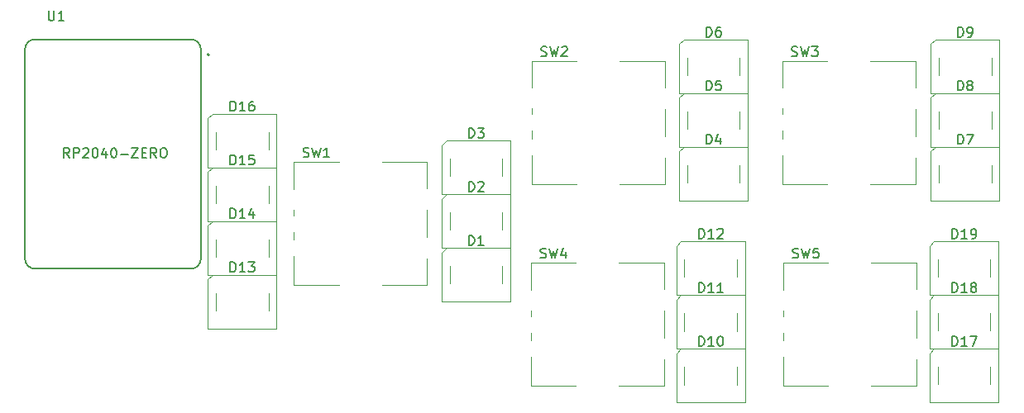
<source format=gbr>
%TF.GenerationSoftware,KiCad,Pcbnew,9.0.6*%
%TF.CreationDate,2026-02-15T17:48:03-07:00*%
%TF.ProjectId,SoundRat,536f756e-6452-4617-942e-6b696361645f,rev?*%
%TF.SameCoordinates,Original*%
%TF.FileFunction,Legend,Top*%
%TF.FilePolarity,Positive*%
%FSLAX46Y46*%
G04 Gerber Fmt 4.6, Leading zero omitted, Abs format (unit mm)*
G04 Created by KiCad (PCBNEW 9.0.6) date 2026-02-15 17:48:03*
%MOMM*%
%LPD*%
G01*
G04 APERTURE LIST*
%ADD10C,0.150000*%
%ADD11C,0.127000*%
%ADD12C,0.200000*%
%ADD13C,0.120000*%
G04 APERTURE END LIST*
D10*
X103543095Y-89404819D02*
X103543095Y-90214342D01*
X103543095Y-90214342D02*
X103590714Y-90309580D01*
X103590714Y-90309580D02*
X103638333Y-90357200D01*
X103638333Y-90357200D02*
X103733571Y-90404819D01*
X103733571Y-90404819D02*
X103924047Y-90404819D01*
X103924047Y-90404819D02*
X104019285Y-90357200D01*
X104019285Y-90357200D02*
X104066904Y-90309580D01*
X104066904Y-90309580D02*
X104114523Y-90214342D01*
X104114523Y-90214342D02*
X104114523Y-89404819D01*
X105114523Y-90404819D02*
X104543095Y-90404819D01*
X104828809Y-90404819D02*
X104828809Y-89404819D01*
X104828809Y-89404819D02*
X104733571Y-89547676D01*
X104733571Y-89547676D02*
X104638333Y-89642914D01*
X104638333Y-89642914D02*
X104543095Y-89690533D01*
X105683333Y-104469819D02*
X105350000Y-103993628D01*
X105111905Y-104469819D02*
X105111905Y-103469819D01*
X105111905Y-103469819D02*
X105492857Y-103469819D01*
X105492857Y-103469819D02*
X105588095Y-103517438D01*
X105588095Y-103517438D02*
X105635714Y-103565057D01*
X105635714Y-103565057D02*
X105683333Y-103660295D01*
X105683333Y-103660295D02*
X105683333Y-103803152D01*
X105683333Y-103803152D02*
X105635714Y-103898390D01*
X105635714Y-103898390D02*
X105588095Y-103946009D01*
X105588095Y-103946009D02*
X105492857Y-103993628D01*
X105492857Y-103993628D02*
X105111905Y-103993628D01*
X106111905Y-104469819D02*
X106111905Y-103469819D01*
X106111905Y-103469819D02*
X106492857Y-103469819D01*
X106492857Y-103469819D02*
X106588095Y-103517438D01*
X106588095Y-103517438D02*
X106635714Y-103565057D01*
X106635714Y-103565057D02*
X106683333Y-103660295D01*
X106683333Y-103660295D02*
X106683333Y-103803152D01*
X106683333Y-103803152D02*
X106635714Y-103898390D01*
X106635714Y-103898390D02*
X106588095Y-103946009D01*
X106588095Y-103946009D02*
X106492857Y-103993628D01*
X106492857Y-103993628D02*
X106111905Y-103993628D01*
X107064286Y-103565057D02*
X107111905Y-103517438D01*
X107111905Y-103517438D02*
X107207143Y-103469819D01*
X107207143Y-103469819D02*
X107445238Y-103469819D01*
X107445238Y-103469819D02*
X107540476Y-103517438D01*
X107540476Y-103517438D02*
X107588095Y-103565057D01*
X107588095Y-103565057D02*
X107635714Y-103660295D01*
X107635714Y-103660295D02*
X107635714Y-103755533D01*
X107635714Y-103755533D02*
X107588095Y-103898390D01*
X107588095Y-103898390D02*
X107016667Y-104469819D01*
X107016667Y-104469819D02*
X107635714Y-104469819D01*
X108254762Y-103469819D02*
X108350000Y-103469819D01*
X108350000Y-103469819D02*
X108445238Y-103517438D01*
X108445238Y-103517438D02*
X108492857Y-103565057D01*
X108492857Y-103565057D02*
X108540476Y-103660295D01*
X108540476Y-103660295D02*
X108588095Y-103850771D01*
X108588095Y-103850771D02*
X108588095Y-104088866D01*
X108588095Y-104088866D02*
X108540476Y-104279342D01*
X108540476Y-104279342D02*
X108492857Y-104374580D01*
X108492857Y-104374580D02*
X108445238Y-104422200D01*
X108445238Y-104422200D02*
X108350000Y-104469819D01*
X108350000Y-104469819D02*
X108254762Y-104469819D01*
X108254762Y-104469819D02*
X108159524Y-104422200D01*
X108159524Y-104422200D02*
X108111905Y-104374580D01*
X108111905Y-104374580D02*
X108064286Y-104279342D01*
X108064286Y-104279342D02*
X108016667Y-104088866D01*
X108016667Y-104088866D02*
X108016667Y-103850771D01*
X108016667Y-103850771D02*
X108064286Y-103660295D01*
X108064286Y-103660295D02*
X108111905Y-103565057D01*
X108111905Y-103565057D02*
X108159524Y-103517438D01*
X108159524Y-103517438D02*
X108254762Y-103469819D01*
X109445238Y-103803152D02*
X109445238Y-104469819D01*
X109207143Y-103422200D02*
X108969048Y-104136485D01*
X108969048Y-104136485D02*
X109588095Y-104136485D01*
X110159524Y-103469819D02*
X110254762Y-103469819D01*
X110254762Y-103469819D02*
X110350000Y-103517438D01*
X110350000Y-103517438D02*
X110397619Y-103565057D01*
X110397619Y-103565057D02*
X110445238Y-103660295D01*
X110445238Y-103660295D02*
X110492857Y-103850771D01*
X110492857Y-103850771D02*
X110492857Y-104088866D01*
X110492857Y-104088866D02*
X110445238Y-104279342D01*
X110445238Y-104279342D02*
X110397619Y-104374580D01*
X110397619Y-104374580D02*
X110350000Y-104422200D01*
X110350000Y-104422200D02*
X110254762Y-104469819D01*
X110254762Y-104469819D02*
X110159524Y-104469819D01*
X110159524Y-104469819D02*
X110064286Y-104422200D01*
X110064286Y-104422200D02*
X110016667Y-104374580D01*
X110016667Y-104374580D02*
X109969048Y-104279342D01*
X109969048Y-104279342D02*
X109921429Y-104088866D01*
X109921429Y-104088866D02*
X109921429Y-103850771D01*
X109921429Y-103850771D02*
X109969048Y-103660295D01*
X109969048Y-103660295D02*
X110016667Y-103565057D01*
X110016667Y-103565057D02*
X110064286Y-103517438D01*
X110064286Y-103517438D02*
X110159524Y-103469819D01*
X110921429Y-104088866D02*
X111683334Y-104088866D01*
X112064286Y-103469819D02*
X112730952Y-103469819D01*
X112730952Y-103469819D02*
X112064286Y-104469819D01*
X112064286Y-104469819D02*
X112730952Y-104469819D01*
X113111905Y-103946009D02*
X113445238Y-103946009D01*
X113588095Y-104469819D02*
X113111905Y-104469819D01*
X113111905Y-104469819D02*
X113111905Y-103469819D01*
X113111905Y-103469819D02*
X113588095Y-103469819D01*
X114588095Y-104469819D02*
X114254762Y-103993628D01*
X114016667Y-104469819D02*
X114016667Y-103469819D01*
X114016667Y-103469819D02*
X114397619Y-103469819D01*
X114397619Y-103469819D02*
X114492857Y-103517438D01*
X114492857Y-103517438D02*
X114540476Y-103565057D01*
X114540476Y-103565057D02*
X114588095Y-103660295D01*
X114588095Y-103660295D02*
X114588095Y-103803152D01*
X114588095Y-103803152D02*
X114540476Y-103898390D01*
X114540476Y-103898390D02*
X114492857Y-103946009D01*
X114492857Y-103946009D02*
X114397619Y-103993628D01*
X114397619Y-103993628D02*
X114016667Y-103993628D01*
X115207143Y-103469819D02*
X115397619Y-103469819D01*
X115397619Y-103469819D02*
X115492857Y-103517438D01*
X115492857Y-103517438D02*
X115588095Y-103612676D01*
X115588095Y-103612676D02*
X115635714Y-103803152D01*
X115635714Y-103803152D02*
X115635714Y-104136485D01*
X115635714Y-104136485D02*
X115588095Y-104326961D01*
X115588095Y-104326961D02*
X115492857Y-104422200D01*
X115492857Y-104422200D02*
X115397619Y-104469819D01*
X115397619Y-104469819D02*
X115207143Y-104469819D01*
X115207143Y-104469819D02*
X115111905Y-104422200D01*
X115111905Y-104422200D02*
X115016667Y-104326961D01*
X115016667Y-104326961D02*
X114969048Y-104136485D01*
X114969048Y-104136485D02*
X114969048Y-103803152D01*
X114969048Y-103803152D02*
X115016667Y-103612676D01*
X115016667Y-103612676D02*
X115111905Y-103517438D01*
X115111905Y-103517438D02*
X115207143Y-103469819D01*
X170110714Y-112742319D02*
X170110714Y-111742319D01*
X170110714Y-111742319D02*
X170348809Y-111742319D01*
X170348809Y-111742319D02*
X170491666Y-111789938D01*
X170491666Y-111789938D02*
X170586904Y-111885176D01*
X170586904Y-111885176D02*
X170634523Y-111980414D01*
X170634523Y-111980414D02*
X170682142Y-112170890D01*
X170682142Y-112170890D02*
X170682142Y-112313747D01*
X170682142Y-112313747D02*
X170634523Y-112504223D01*
X170634523Y-112504223D02*
X170586904Y-112599461D01*
X170586904Y-112599461D02*
X170491666Y-112694700D01*
X170491666Y-112694700D02*
X170348809Y-112742319D01*
X170348809Y-112742319D02*
X170110714Y-112742319D01*
X171634523Y-112742319D02*
X171063095Y-112742319D01*
X171348809Y-112742319D02*
X171348809Y-111742319D01*
X171348809Y-111742319D02*
X171253571Y-111885176D01*
X171253571Y-111885176D02*
X171158333Y-111980414D01*
X171158333Y-111980414D02*
X171063095Y-112028033D01*
X172015476Y-111837557D02*
X172063095Y-111789938D01*
X172063095Y-111789938D02*
X172158333Y-111742319D01*
X172158333Y-111742319D02*
X172396428Y-111742319D01*
X172396428Y-111742319D02*
X172491666Y-111789938D01*
X172491666Y-111789938D02*
X172539285Y-111837557D01*
X172539285Y-111837557D02*
X172586904Y-111932795D01*
X172586904Y-111932795D02*
X172586904Y-112028033D01*
X172586904Y-112028033D02*
X172539285Y-112170890D01*
X172539285Y-112170890D02*
X171967857Y-112742319D01*
X171967857Y-112742319D02*
X172586904Y-112742319D01*
X129616667Y-104375950D02*
X129759524Y-104423569D01*
X129759524Y-104423569D02*
X129997619Y-104423569D01*
X129997619Y-104423569D02*
X130092857Y-104375950D01*
X130092857Y-104375950D02*
X130140476Y-104328330D01*
X130140476Y-104328330D02*
X130188095Y-104233092D01*
X130188095Y-104233092D02*
X130188095Y-104137854D01*
X130188095Y-104137854D02*
X130140476Y-104042616D01*
X130140476Y-104042616D02*
X130092857Y-103994997D01*
X130092857Y-103994997D02*
X129997619Y-103947378D01*
X129997619Y-103947378D02*
X129807143Y-103899759D01*
X129807143Y-103899759D02*
X129711905Y-103852140D01*
X129711905Y-103852140D02*
X129664286Y-103804521D01*
X129664286Y-103804521D02*
X129616667Y-103709283D01*
X129616667Y-103709283D02*
X129616667Y-103614045D01*
X129616667Y-103614045D02*
X129664286Y-103518807D01*
X129664286Y-103518807D02*
X129711905Y-103471188D01*
X129711905Y-103471188D02*
X129807143Y-103423569D01*
X129807143Y-103423569D02*
X130045238Y-103423569D01*
X130045238Y-103423569D02*
X130188095Y-103471188D01*
X130521429Y-103423569D02*
X130759524Y-104423569D01*
X130759524Y-104423569D02*
X130950000Y-103709283D01*
X130950000Y-103709283D02*
X131140476Y-104423569D01*
X131140476Y-104423569D02*
X131378572Y-103423569D01*
X132283333Y-104423569D02*
X131711905Y-104423569D01*
X131997619Y-104423569D02*
X131997619Y-103423569D01*
X131997619Y-103423569D02*
X131902381Y-103566426D01*
X131902381Y-103566426D02*
X131807143Y-103661664D01*
X131807143Y-103661664D02*
X131711905Y-103709283D01*
X196035714Y-112754819D02*
X196035714Y-111754819D01*
X196035714Y-111754819D02*
X196273809Y-111754819D01*
X196273809Y-111754819D02*
X196416666Y-111802438D01*
X196416666Y-111802438D02*
X196511904Y-111897676D01*
X196511904Y-111897676D02*
X196559523Y-111992914D01*
X196559523Y-111992914D02*
X196607142Y-112183390D01*
X196607142Y-112183390D02*
X196607142Y-112326247D01*
X196607142Y-112326247D02*
X196559523Y-112516723D01*
X196559523Y-112516723D02*
X196511904Y-112611961D01*
X196511904Y-112611961D02*
X196416666Y-112707200D01*
X196416666Y-112707200D02*
X196273809Y-112754819D01*
X196273809Y-112754819D02*
X196035714Y-112754819D01*
X197559523Y-112754819D02*
X196988095Y-112754819D01*
X197273809Y-112754819D02*
X197273809Y-111754819D01*
X197273809Y-111754819D02*
X197178571Y-111897676D01*
X197178571Y-111897676D02*
X197083333Y-111992914D01*
X197083333Y-111992914D02*
X196988095Y-112040533D01*
X198035714Y-112754819D02*
X198226190Y-112754819D01*
X198226190Y-112754819D02*
X198321428Y-112707200D01*
X198321428Y-112707200D02*
X198369047Y-112659580D01*
X198369047Y-112659580D02*
X198464285Y-112516723D01*
X198464285Y-112516723D02*
X198511904Y-112326247D01*
X198511904Y-112326247D02*
X198511904Y-111945295D01*
X198511904Y-111945295D02*
X198464285Y-111850057D01*
X198464285Y-111850057D02*
X198416666Y-111802438D01*
X198416666Y-111802438D02*
X198321428Y-111754819D01*
X198321428Y-111754819D02*
X198130952Y-111754819D01*
X198130952Y-111754819D02*
X198035714Y-111802438D01*
X198035714Y-111802438D02*
X197988095Y-111850057D01*
X197988095Y-111850057D02*
X197940476Y-111945295D01*
X197940476Y-111945295D02*
X197940476Y-112183390D01*
X197940476Y-112183390D02*
X197988095Y-112278628D01*
X197988095Y-112278628D02*
X198035714Y-112326247D01*
X198035714Y-112326247D02*
X198130952Y-112373866D01*
X198130952Y-112373866D02*
X198321428Y-112373866D01*
X198321428Y-112373866D02*
X198416666Y-112326247D01*
X198416666Y-112326247D02*
X198464285Y-112278628D01*
X198464285Y-112278628D02*
X198511904Y-112183390D01*
X170110714Y-118267319D02*
X170110714Y-117267319D01*
X170110714Y-117267319D02*
X170348809Y-117267319D01*
X170348809Y-117267319D02*
X170491666Y-117314938D01*
X170491666Y-117314938D02*
X170586904Y-117410176D01*
X170586904Y-117410176D02*
X170634523Y-117505414D01*
X170634523Y-117505414D02*
X170682142Y-117695890D01*
X170682142Y-117695890D02*
X170682142Y-117838747D01*
X170682142Y-117838747D02*
X170634523Y-118029223D01*
X170634523Y-118029223D02*
X170586904Y-118124461D01*
X170586904Y-118124461D02*
X170491666Y-118219700D01*
X170491666Y-118219700D02*
X170348809Y-118267319D01*
X170348809Y-118267319D02*
X170110714Y-118267319D01*
X171634523Y-118267319D02*
X171063095Y-118267319D01*
X171348809Y-118267319D02*
X171348809Y-117267319D01*
X171348809Y-117267319D02*
X171253571Y-117410176D01*
X171253571Y-117410176D02*
X171158333Y-117505414D01*
X171158333Y-117505414D02*
X171063095Y-117553033D01*
X172586904Y-118267319D02*
X172015476Y-118267319D01*
X172301190Y-118267319D02*
X172301190Y-117267319D01*
X172301190Y-117267319D02*
X172205952Y-117410176D01*
X172205952Y-117410176D02*
X172110714Y-117505414D01*
X172110714Y-117505414D02*
X172015476Y-117553033D01*
X122135714Y-105173569D02*
X122135714Y-104173569D01*
X122135714Y-104173569D02*
X122373809Y-104173569D01*
X122373809Y-104173569D02*
X122516666Y-104221188D01*
X122516666Y-104221188D02*
X122611904Y-104316426D01*
X122611904Y-104316426D02*
X122659523Y-104411664D01*
X122659523Y-104411664D02*
X122707142Y-104602140D01*
X122707142Y-104602140D02*
X122707142Y-104744997D01*
X122707142Y-104744997D02*
X122659523Y-104935473D01*
X122659523Y-104935473D02*
X122611904Y-105030711D01*
X122611904Y-105030711D02*
X122516666Y-105125950D01*
X122516666Y-105125950D02*
X122373809Y-105173569D01*
X122373809Y-105173569D02*
X122135714Y-105173569D01*
X123659523Y-105173569D02*
X123088095Y-105173569D01*
X123373809Y-105173569D02*
X123373809Y-104173569D01*
X123373809Y-104173569D02*
X123278571Y-104316426D01*
X123278571Y-104316426D02*
X123183333Y-104411664D01*
X123183333Y-104411664D02*
X123088095Y-104459283D01*
X124564285Y-104173569D02*
X124088095Y-104173569D01*
X124088095Y-104173569D02*
X124040476Y-104649759D01*
X124040476Y-104649759D02*
X124088095Y-104602140D01*
X124088095Y-104602140D02*
X124183333Y-104554521D01*
X124183333Y-104554521D02*
X124421428Y-104554521D01*
X124421428Y-104554521D02*
X124516666Y-104602140D01*
X124516666Y-104602140D02*
X124564285Y-104649759D01*
X124564285Y-104649759D02*
X124611904Y-104744997D01*
X124611904Y-104744997D02*
X124611904Y-104983092D01*
X124611904Y-104983092D02*
X124564285Y-105078330D01*
X124564285Y-105078330D02*
X124516666Y-105125950D01*
X124516666Y-105125950D02*
X124421428Y-105173569D01*
X124421428Y-105173569D02*
X124183333Y-105173569D01*
X124183333Y-105173569D02*
X124088095Y-105125950D01*
X124088095Y-105125950D02*
X124040476Y-105078330D01*
X170861905Y-103067319D02*
X170861905Y-102067319D01*
X170861905Y-102067319D02*
X171100000Y-102067319D01*
X171100000Y-102067319D02*
X171242857Y-102114938D01*
X171242857Y-102114938D02*
X171338095Y-102210176D01*
X171338095Y-102210176D02*
X171385714Y-102305414D01*
X171385714Y-102305414D02*
X171433333Y-102495890D01*
X171433333Y-102495890D02*
X171433333Y-102638747D01*
X171433333Y-102638747D02*
X171385714Y-102829223D01*
X171385714Y-102829223D02*
X171338095Y-102924461D01*
X171338095Y-102924461D02*
X171242857Y-103019700D01*
X171242857Y-103019700D02*
X171100000Y-103067319D01*
X171100000Y-103067319D02*
X170861905Y-103067319D01*
X172290476Y-102400652D02*
X172290476Y-103067319D01*
X172052381Y-102019700D02*
X171814286Y-102733985D01*
X171814286Y-102733985D02*
X172433333Y-102733985D01*
X146561905Y-107917319D02*
X146561905Y-106917319D01*
X146561905Y-106917319D02*
X146800000Y-106917319D01*
X146800000Y-106917319D02*
X146942857Y-106964938D01*
X146942857Y-106964938D02*
X147038095Y-107060176D01*
X147038095Y-107060176D02*
X147085714Y-107155414D01*
X147085714Y-107155414D02*
X147133333Y-107345890D01*
X147133333Y-107345890D02*
X147133333Y-107488747D01*
X147133333Y-107488747D02*
X147085714Y-107679223D01*
X147085714Y-107679223D02*
X147038095Y-107774461D01*
X147038095Y-107774461D02*
X146942857Y-107869700D01*
X146942857Y-107869700D02*
X146800000Y-107917319D01*
X146800000Y-107917319D02*
X146561905Y-107917319D01*
X147514286Y-107012557D02*
X147561905Y-106964938D01*
X147561905Y-106964938D02*
X147657143Y-106917319D01*
X147657143Y-106917319D02*
X147895238Y-106917319D01*
X147895238Y-106917319D02*
X147990476Y-106964938D01*
X147990476Y-106964938D02*
X148038095Y-107012557D01*
X148038095Y-107012557D02*
X148085714Y-107107795D01*
X148085714Y-107107795D02*
X148085714Y-107203033D01*
X148085714Y-107203033D02*
X148038095Y-107345890D01*
X148038095Y-107345890D02*
X147466667Y-107917319D01*
X147466667Y-107917319D02*
X148085714Y-107917319D01*
X196611905Y-97567319D02*
X196611905Y-96567319D01*
X196611905Y-96567319D02*
X196850000Y-96567319D01*
X196850000Y-96567319D02*
X196992857Y-96614938D01*
X196992857Y-96614938D02*
X197088095Y-96710176D01*
X197088095Y-96710176D02*
X197135714Y-96805414D01*
X197135714Y-96805414D02*
X197183333Y-96995890D01*
X197183333Y-96995890D02*
X197183333Y-97138747D01*
X197183333Y-97138747D02*
X197135714Y-97329223D01*
X197135714Y-97329223D02*
X197088095Y-97424461D01*
X197088095Y-97424461D02*
X196992857Y-97519700D01*
X196992857Y-97519700D02*
X196850000Y-97567319D01*
X196850000Y-97567319D02*
X196611905Y-97567319D01*
X197754762Y-96995890D02*
X197659524Y-96948271D01*
X197659524Y-96948271D02*
X197611905Y-96900652D01*
X197611905Y-96900652D02*
X197564286Y-96805414D01*
X197564286Y-96805414D02*
X197564286Y-96757795D01*
X197564286Y-96757795D02*
X197611905Y-96662557D01*
X197611905Y-96662557D02*
X197659524Y-96614938D01*
X197659524Y-96614938D02*
X197754762Y-96567319D01*
X197754762Y-96567319D02*
X197945238Y-96567319D01*
X197945238Y-96567319D02*
X198040476Y-96614938D01*
X198040476Y-96614938D02*
X198088095Y-96662557D01*
X198088095Y-96662557D02*
X198135714Y-96757795D01*
X198135714Y-96757795D02*
X198135714Y-96805414D01*
X198135714Y-96805414D02*
X198088095Y-96900652D01*
X198088095Y-96900652D02*
X198040476Y-96948271D01*
X198040476Y-96948271D02*
X197945238Y-96995890D01*
X197945238Y-96995890D02*
X197754762Y-96995890D01*
X197754762Y-96995890D02*
X197659524Y-97043509D01*
X197659524Y-97043509D02*
X197611905Y-97091128D01*
X197611905Y-97091128D02*
X197564286Y-97186366D01*
X197564286Y-97186366D02*
X197564286Y-97376842D01*
X197564286Y-97376842D02*
X197611905Y-97472080D01*
X197611905Y-97472080D02*
X197659524Y-97519700D01*
X197659524Y-97519700D02*
X197754762Y-97567319D01*
X197754762Y-97567319D02*
X197945238Y-97567319D01*
X197945238Y-97567319D02*
X198040476Y-97519700D01*
X198040476Y-97519700D02*
X198088095Y-97472080D01*
X198088095Y-97472080D02*
X198135714Y-97376842D01*
X198135714Y-97376842D02*
X198135714Y-97186366D01*
X198135714Y-97186366D02*
X198088095Y-97091128D01*
X198088095Y-97091128D02*
X198040476Y-97043509D01*
X198040476Y-97043509D02*
X197945238Y-96995890D01*
X122135714Y-99673569D02*
X122135714Y-98673569D01*
X122135714Y-98673569D02*
X122373809Y-98673569D01*
X122373809Y-98673569D02*
X122516666Y-98721188D01*
X122516666Y-98721188D02*
X122611904Y-98816426D01*
X122611904Y-98816426D02*
X122659523Y-98911664D01*
X122659523Y-98911664D02*
X122707142Y-99102140D01*
X122707142Y-99102140D02*
X122707142Y-99244997D01*
X122707142Y-99244997D02*
X122659523Y-99435473D01*
X122659523Y-99435473D02*
X122611904Y-99530711D01*
X122611904Y-99530711D02*
X122516666Y-99625950D01*
X122516666Y-99625950D02*
X122373809Y-99673569D01*
X122373809Y-99673569D02*
X122135714Y-99673569D01*
X123659523Y-99673569D02*
X123088095Y-99673569D01*
X123373809Y-99673569D02*
X123373809Y-98673569D01*
X123373809Y-98673569D02*
X123278571Y-98816426D01*
X123278571Y-98816426D02*
X123183333Y-98911664D01*
X123183333Y-98911664D02*
X123088095Y-98959283D01*
X124516666Y-98673569D02*
X124326190Y-98673569D01*
X124326190Y-98673569D02*
X124230952Y-98721188D01*
X124230952Y-98721188D02*
X124183333Y-98768807D01*
X124183333Y-98768807D02*
X124088095Y-98911664D01*
X124088095Y-98911664D02*
X124040476Y-99102140D01*
X124040476Y-99102140D02*
X124040476Y-99483092D01*
X124040476Y-99483092D02*
X124088095Y-99578330D01*
X124088095Y-99578330D02*
X124135714Y-99625950D01*
X124135714Y-99625950D02*
X124230952Y-99673569D01*
X124230952Y-99673569D02*
X124421428Y-99673569D01*
X124421428Y-99673569D02*
X124516666Y-99625950D01*
X124516666Y-99625950D02*
X124564285Y-99578330D01*
X124564285Y-99578330D02*
X124611904Y-99483092D01*
X124611904Y-99483092D02*
X124611904Y-99244997D01*
X124611904Y-99244997D02*
X124564285Y-99149759D01*
X124564285Y-99149759D02*
X124516666Y-99102140D01*
X124516666Y-99102140D02*
X124421428Y-99054521D01*
X124421428Y-99054521D02*
X124230952Y-99054521D01*
X124230952Y-99054521D02*
X124135714Y-99102140D01*
X124135714Y-99102140D02*
X124088095Y-99149759D01*
X124088095Y-99149759D02*
X124040476Y-99244997D01*
X179716667Y-114707200D02*
X179859524Y-114754819D01*
X179859524Y-114754819D02*
X180097619Y-114754819D01*
X180097619Y-114754819D02*
X180192857Y-114707200D01*
X180192857Y-114707200D02*
X180240476Y-114659580D01*
X180240476Y-114659580D02*
X180288095Y-114564342D01*
X180288095Y-114564342D02*
X180288095Y-114469104D01*
X180288095Y-114469104D02*
X180240476Y-114373866D01*
X180240476Y-114373866D02*
X180192857Y-114326247D01*
X180192857Y-114326247D02*
X180097619Y-114278628D01*
X180097619Y-114278628D02*
X179907143Y-114231009D01*
X179907143Y-114231009D02*
X179811905Y-114183390D01*
X179811905Y-114183390D02*
X179764286Y-114135771D01*
X179764286Y-114135771D02*
X179716667Y-114040533D01*
X179716667Y-114040533D02*
X179716667Y-113945295D01*
X179716667Y-113945295D02*
X179764286Y-113850057D01*
X179764286Y-113850057D02*
X179811905Y-113802438D01*
X179811905Y-113802438D02*
X179907143Y-113754819D01*
X179907143Y-113754819D02*
X180145238Y-113754819D01*
X180145238Y-113754819D02*
X180288095Y-113802438D01*
X180621429Y-113754819D02*
X180859524Y-114754819D01*
X180859524Y-114754819D02*
X181050000Y-114040533D01*
X181050000Y-114040533D02*
X181240476Y-114754819D01*
X181240476Y-114754819D02*
X181478572Y-113754819D01*
X182335714Y-113754819D02*
X181859524Y-113754819D01*
X181859524Y-113754819D02*
X181811905Y-114231009D01*
X181811905Y-114231009D02*
X181859524Y-114183390D01*
X181859524Y-114183390D02*
X181954762Y-114135771D01*
X181954762Y-114135771D02*
X182192857Y-114135771D01*
X182192857Y-114135771D02*
X182288095Y-114183390D01*
X182288095Y-114183390D02*
X182335714Y-114231009D01*
X182335714Y-114231009D02*
X182383333Y-114326247D01*
X182383333Y-114326247D02*
X182383333Y-114564342D01*
X182383333Y-114564342D02*
X182335714Y-114659580D01*
X182335714Y-114659580D02*
X182288095Y-114707200D01*
X182288095Y-114707200D02*
X182192857Y-114754819D01*
X182192857Y-114754819D02*
X181954762Y-114754819D01*
X181954762Y-114754819D02*
X181859524Y-114707200D01*
X181859524Y-114707200D02*
X181811905Y-114659580D01*
X122135714Y-116173569D02*
X122135714Y-115173569D01*
X122135714Y-115173569D02*
X122373809Y-115173569D01*
X122373809Y-115173569D02*
X122516666Y-115221188D01*
X122516666Y-115221188D02*
X122611904Y-115316426D01*
X122611904Y-115316426D02*
X122659523Y-115411664D01*
X122659523Y-115411664D02*
X122707142Y-115602140D01*
X122707142Y-115602140D02*
X122707142Y-115744997D01*
X122707142Y-115744997D02*
X122659523Y-115935473D01*
X122659523Y-115935473D02*
X122611904Y-116030711D01*
X122611904Y-116030711D02*
X122516666Y-116125950D01*
X122516666Y-116125950D02*
X122373809Y-116173569D01*
X122373809Y-116173569D02*
X122135714Y-116173569D01*
X123659523Y-116173569D02*
X123088095Y-116173569D01*
X123373809Y-116173569D02*
X123373809Y-115173569D01*
X123373809Y-115173569D02*
X123278571Y-115316426D01*
X123278571Y-115316426D02*
X123183333Y-115411664D01*
X123183333Y-115411664D02*
X123088095Y-115459283D01*
X123992857Y-115173569D02*
X124611904Y-115173569D01*
X124611904Y-115173569D02*
X124278571Y-115554521D01*
X124278571Y-115554521D02*
X124421428Y-115554521D01*
X124421428Y-115554521D02*
X124516666Y-115602140D01*
X124516666Y-115602140D02*
X124564285Y-115649759D01*
X124564285Y-115649759D02*
X124611904Y-115744997D01*
X124611904Y-115744997D02*
X124611904Y-115983092D01*
X124611904Y-115983092D02*
X124564285Y-116078330D01*
X124564285Y-116078330D02*
X124516666Y-116125950D01*
X124516666Y-116125950D02*
X124421428Y-116173569D01*
X124421428Y-116173569D02*
X124135714Y-116173569D01*
X124135714Y-116173569D02*
X124040476Y-116125950D01*
X124040476Y-116125950D02*
X123992857Y-116078330D01*
X179616667Y-94019700D02*
X179759524Y-94067319D01*
X179759524Y-94067319D02*
X179997619Y-94067319D01*
X179997619Y-94067319D02*
X180092857Y-94019700D01*
X180092857Y-94019700D02*
X180140476Y-93972080D01*
X180140476Y-93972080D02*
X180188095Y-93876842D01*
X180188095Y-93876842D02*
X180188095Y-93781604D01*
X180188095Y-93781604D02*
X180140476Y-93686366D01*
X180140476Y-93686366D02*
X180092857Y-93638747D01*
X180092857Y-93638747D02*
X179997619Y-93591128D01*
X179997619Y-93591128D02*
X179807143Y-93543509D01*
X179807143Y-93543509D02*
X179711905Y-93495890D01*
X179711905Y-93495890D02*
X179664286Y-93448271D01*
X179664286Y-93448271D02*
X179616667Y-93353033D01*
X179616667Y-93353033D02*
X179616667Y-93257795D01*
X179616667Y-93257795D02*
X179664286Y-93162557D01*
X179664286Y-93162557D02*
X179711905Y-93114938D01*
X179711905Y-93114938D02*
X179807143Y-93067319D01*
X179807143Y-93067319D02*
X180045238Y-93067319D01*
X180045238Y-93067319D02*
X180188095Y-93114938D01*
X180521429Y-93067319D02*
X180759524Y-94067319D01*
X180759524Y-94067319D02*
X180950000Y-93353033D01*
X180950000Y-93353033D02*
X181140476Y-94067319D01*
X181140476Y-94067319D02*
X181378572Y-93067319D01*
X181664286Y-93067319D02*
X182283333Y-93067319D01*
X182283333Y-93067319D02*
X181950000Y-93448271D01*
X181950000Y-93448271D02*
X182092857Y-93448271D01*
X182092857Y-93448271D02*
X182188095Y-93495890D01*
X182188095Y-93495890D02*
X182235714Y-93543509D01*
X182235714Y-93543509D02*
X182283333Y-93638747D01*
X182283333Y-93638747D02*
X182283333Y-93876842D01*
X182283333Y-93876842D02*
X182235714Y-93972080D01*
X182235714Y-93972080D02*
X182188095Y-94019700D01*
X182188095Y-94019700D02*
X182092857Y-94067319D01*
X182092857Y-94067319D02*
X181807143Y-94067319D01*
X181807143Y-94067319D02*
X181711905Y-94019700D01*
X181711905Y-94019700D02*
X181664286Y-93972080D01*
X153891667Y-114707200D02*
X154034524Y-114754819D01*
X154034524Y-114754819D02*
X154272619Y-114754819D01*
X154272619Y-114754819D02*
X154367857Y-114707200D01*
X154367857Y-114707200D02*
X154415476Y-114659580D01*
X154415476Y-114659580D02*
X154463095Y-114564342D01*
X154463095Y-114564342D02*
X154463095Y-114469104D01*
X154463095Y-114469104D02*
X154415476Y-114373866D01*
X154415476Y-114373866D02*
X154367857Y-114326247D01*
X154367857Y-114326247D02*
X154272619Y-114278628D01*
X154272619Y-114278628D02*
X154082143Y-114231009D01*
X154082143Y-114231009D02*
X153986905Y-114183390D01*
X153986905Y-114183390D02*
X153939286Y-114135771D01*
X153939286Y-114135771D02*
X153891667Y-114040533D01*
X153891667Y-114040533D02*
X153891667Y-113945295D01*
X153891667Y-113945295D02*
X153939286Y-113850057D01*
X153939286Y-113850057D02*
X153986905Y-113802438D01*
X153986905Y-113802438D02*
X154082143Y-113754819D01*
X154082143Y-113754819D02*
X154320238Y-113754819D01*
X154320238Y-113754819D02*
X154463095Y-113802438D01*
X154796429Y-113754819D02*
X155034524Y-114754819D01*
X155034524Y-114754819D02*
X155225000Y-114040533D01*
X155225000Y-114040533D02*
X155415476Y-114754819D01*
X155415476Y-114754819D02*
X155653572Y-113754819D01*
X156463095Y-114088152D02*
X156463095Y-114754819D01*
X156225000Y-113707200D02*
X155986905Y-114421485D01*
X155986905Y-114421485D02*
X156605952Y-114421485D01*
X196035714Y-118254819D02*
X196035714Y-117254819D01*
X196035714Y-117254819D02*
X196273809Y-117254819D01*
X196273809Y-117254819D02*
X196416666Y-117302438D01*
X196416666Y-117302438D02*
X196511904Y-117397676D01*
X196511904Y-117397676D02*
X196559523Y-117492914D01*
X196559523Y-117492914D02*
X196607142Y-117683390D01*
X196607142Y-117683390D02*
X196607142Y-117826247D01*
X196607142Y-117826247D02*
X196559523Y-118016723D01*
X196559523Y-118016723D02*
X196511904Y-118111961D01*
X196511904Y-118111961D02*
X196416666Y-118207200D01*
X196416666Y-118207200D02*
X196273809Y-118254819D01*
X196273809Y-118254819D02*
X196035714Y-118254819D01*
X197559523Y-118254819D02*
X196988095Y-118254819D01*
X197273809Y-118254819D02*
X197273809Y-117254819D01*
X197273809Y-117254819D02*
X197178571Y-117397676D01*
X197178571Y-117397676D02*
X197083333Y-117492914D01*
X197083333Y-117492914D02*
X196988095Y-117540533D01*
X198130952Y-117683390D02*
X198035714Y-117635771D01*
X198035714Y-117635771D02*
X197988095Y-117588152D01*
X197988095Y-117588152D02*
X197940476Y-117492914D01*
X197940476Y-117492914D02*
X197940476Y-117445295D01*
X197940476Y-117445295D02*
X197988095Y-117350057D01*
X197988095Y-117350057D02*
X198035714Y-117302438D01*
X198035714Y-117302438D02*
X198130952Y-117254819D01*
X198130952Y-117254819D02*
X198321428Y-117254819D01*
X198321428Y-117254819D02*
X198416666Y-117302438D01*
X198416666Y-117302438D02*
X198464285Y-117350057D01*
X198464285Y-117350057D02*
X198511904Y-117445295D01*
X198511904Y-117445295D02*
X198511904Y-117492914D01*
X198511904Y-117492914D02*
X198464285Y-117588152D01*
X198464285Y-117588152D02*
X198416666Y-117635771D01*
X198416666Y-117635771D02*
X198321428Y-117683390D01*
X198321428Y-117683390D02*
X198130952Y-117683390D01*
X198130952Y-117683390D02*
X198035714Y-117731009D01*
X198035714Y-117731009D02*
X197988095Y-117778628D01*
X197988095Y-117778628D02*
X197940476Y-117873866D01*
X197940476Y-117873866D02*
X197940476Y-118064342D01*
X197940476Y-118064342D02*
X197988095Y-118159580D01*
X197988095Y-118159580D02*
X198035714Y-118207200D01*
X198035714Y-118207200D02*
X198130952Y-118254819D01*
X198130952Y-118254819D02*
X198321428Y-118254819D01*
X198321428Y-118254819D02*
X198416666Y-118207200D01*
X198416666Y-118207200D02*
X198464285Y-118159580D01*
X198464285Y-118159580D02*
X198511904Y-118064342D01*
X198511904Y-118064342D02*
X198511904Y-117873866D01*
X198511904Y-117873866D02*
X198464285Y-117778628D01*
X198464285Y-117778628D02*
X198416666Y-117731009D01*
X198416666Y-117731009D02*
X198321428Y-117683390D01*
X196611905Y-103067319D02*
X196611905Y-102067319D01*
X196611905Y-102067319D02*
X196850000Y-102067319D01*
X196850000Y-102067319D02*
X196992857Y-102114938D01*
X196992857Y-102114938D02*
X197088095Y-102210176D01*
X197088095Y-102210176D02*
X197135714Y-102305414D01*
X197135714Y-102305414D02*
X197183333Y-102495890D01*
X197183333Y-102495890D02*
X197183333Y-102638747D01*
X197183333Y-102638747D02*
X197135714Y-102829223D01*
X197135714Y-102829223D02*
X197088095Y-102924461D01*
X197088095Y-102924461D02*
X196992857Y-103019700D01*
X196992857Y-103019700D02*
X196850000Y-103067319D01*
X196850000Y-103067319D02*
X196611905Y-103067319D01*
X197516667Y-102067319D02*
X198183333Y-102067319D01*
X198183333Y-102067319D02*
X197754762Y-103067319D01*
X170861905Y-92067319D02*
X170861905Y-91067319D01*
X170861905Y-91067319D02*
X171100000Y-91067319D01*
X171100000Y-91067319D02*
X171242857Y-91114938D01*
X171242857Y-91114938D02*
X171338095Y-91210176D01*
X171338095Y-91210176D02*
X171385714Y-91305414D01*
X171385714Y-91305414D02*
X171433333Y-91495890D01*
X171433333Y-91495890D02*
X171433333Y-91638747D01*
X171433333Y-91638747D02*
X171385714Y-91829223D01*
X171385714Y-91829223D02*
X171338095Y-91924461D01*
X171338095Y-91924461D02*
X171242857Y-92019700D01*
X171242857Y-92019700D02*
X171100000Y-92067319D01*
X171100000Y-92067319D02*
X170861905Y-92067319D01*
X172290476Y-91067319D02*
X172100000Y-91067319D01*
X172100000Y-91067319D02*
X172004762Y-91114938D01*
X172004762Y-91114938D02*
X171957143Y-91162557D01*
X171957143Y-91162557D02*
X171861905Y-91305414D01*
X171861905Y-91305414D02*
X171814286Y-91495890D01*
X171814286Y-91495890D02*
X171814286Y-91876842D01*
X171814286Y-91876842D02*
X171861905Y-91972080D01*
X171861905Y-91972080D02*
X171909524Y-92019700D01*
X171909524Y-92019700D02*
X172004762Y-92067319D01*
X172004762Y-92067319D02*
X172195238Y-92067319D01*
X172195238Y-92067319D02*
X172290476Y-92019700D01*
X172290476Y-92019700D02*
X172338095Y-91972080D01*
X172338095Y-91972080D02*
X172385714Y-91876842D01*
X172385714Y-91876842D02*
X172385714Y-91638747D01*
X172385714Y-91638747D02*
X172338095Y-91543509D01*
X172338095Y-91543509D02*
X172290476Y-91495890D01*
X172290476Y-91495890D02*
X172195238Y-91448271D01*
X172195238Y-91448271D02*
X172004762Y-91448271D01*
X172004762Y-91448271D02*
X171909524Y-91495890D01*
X171909524Y-91495890D02*
X171861905Y-91543509D01*
X171861905Y-91543509D02*
X171814286Y-91638747D01*
X153966667Y-94019700D02*
X154109524Y-94067319D01*
X154109524Y-94067319D02*
X154347619Y-94067319D01*
X154347619Y-94067319D02*
X154442857Y-94019700D01*
X154442857Y-94019700D02*
X154490476Y-93972080D01*
X154490476Y-93972080D02*
X154538095Y-93876842D01*
X154538095Y-93876842D02*
X154538095Y-93781604D01*
X154538095Y-93781604D02*
X154490476Y-93686366D01*
X154490476Y-93686366D02*
X154442857Y-93638747D01*
X154442857Y-93638747D02*
X154347619Y-93591128D01*
X154347619Y-93591128D02*
X154157143Y-93543509D01*
X154157143Y-93543509D02*
X154061905Y-93495890D01*
X154061905Y-93495890D02*
X154014286Y-93448271D01*
X154014286Y-93448271D02*
X153966667Y-93353033D01*
X153966667Y-93353033D02*
X153966667Y-93257795D01*
X153966667Y-93257795D02*
X154014286Y-93162557D01*
X154014286Y-93162557D02*
X154061905Y-93114938D01*
X154061905Y-93114938D02*
X154157143Y-93067319D01*
X154157143Y-93067319D02*
X154395238Y-93067319D01*
X154395238Y-93067319D02*
X154538095Y-93114938D01*
X154871429Y-93067319D02*
X155109524Y-94067319D01*
X155109524Y-94067319D02*
X155300000Y-93353033D01*
X155300000Y-93353033D02*
X155490476Y-94067319D01*
X155490476Y-94067319D02*
X155728572Y-93067319D01*
X156061905Y-93162557D02*
X156109524Y-93114938D01*
X156109524Y-93114938D02*
X156204762Y-93067319D01*
X156204762Y-93067319D02*
X156442857Y-93067319D01*
X156442857Y-93067319D02*
X156538095Y-93114938D01*
X156538095Y-93114938D02*
X156585714Y-93162557D01*
X156585714Y-93162557D02*
X156633333Y-93257795D01*
X156633333Y-93257795D02*
X156633333Y-93353033D01*
X156633333Y-93353033D02*
X156585714Y-93495890D01*
X156585714Y-93495890D02*
X156014286Y-94067319D01*
X156014286Y-94067319D02*
X156633333Y-94067319D01*
X122135714Y-110673569D02*
X122135714Y-109673569D01*
X122135714Y-109673569D02*
X122373809Y-109673569D01*
X122373809Y-109673569D02*
X122516666Y-109721188D01*
X122516666Y-109721188D02*
X122611904Y-109816426D01*
X122611904Y-109816426D02*
X122659523Y-109911664D01*
X122659523Y-109911664D02*
X122707142Y-110102140D01*
X122707142Y-110102140D02*
X122707142Y-110244997D01*
X122707142Y-110244997D02*
X122659523Y-110435473D01*
X122659523Y-110435473D02*
X122611904Y-110530711D01*
X122611904Y-110530711D02*
X122516666Y-110625950D01*
X122516666Y-110625950D02*
X122373809Y-110673569D01*
X122373809Y-110673569D02*
X122135714Y-110673569D01*
X123659523Y-110673569D02*
X123088095Y-110673569D01*
X123373809Y-110673569D02*
X123373809Y-109673569D01*
X123373809Y-109673569D02*
X123278571Y-109816426D01*
X123278571Y-109816426D02*
X123183333Y-109911664D01*
X123183333Y-109911664D02*
X123088095Y-109959283D01*
X124516666Y-110006902D02*
X124516666Y-110673569D01*
X124278571Y-109625950D02*
X124040476Y-110340235D01*
X124040476Y-110340235D02*
X124659523Y-110340235D01*
X170110714Y-123767319D02*
X170110714Y-122767319D01*
X170110714Y-122767319D02*
X170348809Y-122767319D01*
X170348809Y-122767319D02*
X170491666Y-122814938D01*
X170491666Y-122814938D02*
X170586904Y-122910176D01*
X170586904Y-122910176D02*
X170634523Y-123005414D01*
X170634523Y-123005414D02*
X170682142Y-123195890D01*
X170682142Y-123195890D02*
X170682142Y-123338747D01*
X170682142Y-123338747D02*
X170634523Y-123529223D01*
X170634523Y-123529223D02*
X170586904Y-123624461D01*
X170586904Y-123624461D02*
X170491666Y-123719700D01*
X170491666Y-123719700D02*
X170348809Y-123767319D01*
X170348809Y-123767319D02*
X170110714Y-123767319D01*
X171634523Y-123767319D02*
X171063095Y-123767319D01*
X171348809Y-123767319D02*
X171348809Y-122767319D01*
X171348809Y-122767319D02*
X171253571Y-122910176D01*
X171253571Y-122910176D02*
X171158333Y-123005414D01*
X171158333Y-123005414D02*
X171063095Y-123053033D01*
X172253571Y-122767319D02*
X172348809Y-122767319D01*
X172348809Y-122767319D02*
X172444047Y-122814938D01*
X172444047Y-122814938D02*
X172491666Y-122862557D01*
X172491666Y-122862557D02*
X172539285Y-122957795D01*
X172539285Y-122957795D02*
X172586904Y-123148271D01*
X172586904Y-123148271D02*
X172586904Y-123386366D01*
X172586904Y-123386366D02*
X172539285Y-123576842D01*
X172539285Y-123576842D02*
X172491666Y-123672080D01*
X172491666Y-123672080D02*
X172444047Y-123719700D01*
X172444047Y-123719700D02*
X172348809Y-123767319D01*
X172348809Y-123767319D02*
X172253571Y-123767319D01*
X172253571Y-123767319D02*
X172158333Y-123719700D01*
X172158333Y-123719700D02*
X172110714Y-123672080D01*
X172110714Y-123672080D02*
X172063095Y-123576842D01*
X172063095Y-123576842D02*
X172015476Y-123386366D01*
X172015476Y-123386366D02*
X172015476Y-123148271D01*
X172015476Y-123148271D02*
X172063095Y-122957795D01*
X172063095Y-122957795D02*
X172110714Y-122862557D01*
X172110714Y-122862557D02*
X172158333Y-122814938D01*
X172158333Y-122814938D02*
X172253571Y-122767319D01*
X196611905Y-92067319D02*
X196611905Y-91067319D01*
X196611905Y-91067319D02*
X196850000Y-91067319D01*
X196850000Y-91067319D02*
X196992857Y-91114938D01*
X196992857Y-91114938D02*
X197088095Y-91210176D01*
X197088095Y-91210176D02*
X197135714Y-91305414D01*
X197135714Y-91305414D02*
X197183333Y-91495890D01*
X197183333Y-91495890D02*
X197183333Y-91638747D01*
X197183333Y-91638747D02*
X197135714Y-91829223D01*
X197135714Y-91829223D02*
X197088095Y-91924461D01*
X197088095Y-91924461D02*
X196992857Y-92019700D01*
X196992857Y-92019700D02*
X196850000Y-92067319D01*
X196850000Y-92067319D02*
X196611905Y-92067319D01*
X197659524Y-92067319D02*
X197850000Y-92067319D01*
X197850000Y-92067319D02*
X197945238Y-92019700D01*
X197945238Y-92019700D02*
X197992857Y-91972080D01*
X197992857Y-91972080D02*
X198088095Y-91829223D01*
X198088095Y-91829223D02*
X198135714Y-91638747D01*
X198135714Y-91638747D02*
X198135714Y-91257795D01*
X198135714Y-91257795D02*
X198088095Y-91162557D01*
X198088095Y-91162557D02*
X198040476Y-91114938D01*
X198040476Y-91114938D02*
X197945238Y-91067319D01*
X197945238Y-91067319D02*
X197754762Y-91067319D01*
X197754762Y-91067319D02*
X197659524Y-91114938D01*
X197659524Y-91114938D02*
X197611905Y-91162557D01*
X197611905Y-91162557D02*
X197564286Y-91257795D01*
X197564286Y-91257795D02*
X197564286Y-91495890D01*
X197564286Y-91495890D02*
X197611905Y-91591128D01*
X197611905Y-91591128D02*
X197659524Y-91638747D01*
X197659524Y-91638747D02*
X197754762Y-91686366D01*
X197754762Y-91686366D02*
X197945238Y-91686366D01*
X197945238Y-91686366D02*
X198040476Y-91638747D01*
X198040476Y-91638747D02*
X198088095Y-91591128D01*
X198088095Y-91591128D02*
X198135714Y-91495890D01*
X170861905Y-97567319D02*
X170861905Y-96567319D01*
X170861905Y-96567319D02*
X171100000Y-96567319D01*
X171100000Y-96567319D02*
X171242857Y-96614938D01*
X171242857Y-96614938D02*
X171338095Y-96710176D01*
X171338095Y-96710176D02*
X171385714Y-96805414D01*
X171385714Y-96805414D02*
X171433333Y-96995890D01*
X171433333Y-96995890D02*
X171433333Y-97138747D01*
X171433333Y-97138747D02*
X171385714Y-97329223D01*
X171385714Y-97329223D02*
X171338095Y-97424461D01*
X171338095Y-97424461D02*
X171242857Y-97519700D01*
X171242857Y-97519700D02*
X171100000Y-97567319D01*
X171100000Y-97567319D02*
X170861905Y-97567319D01*
X172338095Y-96567319D02*
X171861905Y-96567319D01*
X171861905Y-96567319D02*
X171814286Y-97043509D01*
X171814286Y-97043509D02*
X171861905Y-96995890D01*
X171861905Y-96995890D02*
X171957143Y-96948271D01*
X171957143Y-96948271D02*
X172195238Y-96948271D01*
X172195238Y-96948271D02*
X172290476Y-96995890D01*
X172290476Y-96995890D02*
X172338095Y-97043509D01*
X172338095Y-97043509D02*
X172385714Y-97138747D01*
X172385714Y-97138747D02*
X172385714Y-97376842D01*
X172385714Y-97376842D02*
X172338095Y-97472080D01*
X172338095Y-97472080D02*
X172290476Y-97519700D01*
X172290476Y-97519700D02*
X172195238Y-97567319D01*
X172195238Y-97567319D02*
X171957143Y-97567319D01*
X171957143Y-97567319D02*
X171861905Y-97519700D01*
X171861905Y-97519700D02*
X171814286Y-97472080D01*
X146561905Y-113423569D02*
X146561905Y-112423569D01*
X146561905Y-112423569D02*
X146800000Y-112423569D01*
X146800000Y-112423569D02*
X146942857Y-112471188D01*
X146942857Y-112471188D02*
X147038095Y-112566426D01*
X147038095Y-112566426D02*
X147085714Y-112661664D01*
X147085714Y-112661664D02*
X147133333Y-112852140D01*
X147133333Y-112852140D02*
X147133333Y-112994997D01*
X147133333Y-112994997D02*
X147085714Y-113185473D01*
X147085714Y-113185473D02*
X147038095Y-113280711D01*
X147038095Y-113280711D02*
X146942857Y-113375950D01*
X146942857Y-113375950D02*
X146800000Y-113423569D01*
X146800000Y-113423569D02*
X146561905Y-113423569D01*
X148085714Y-113423569D02*
X147514286Y-113423569D01*
X147800000Y-113423569D02*
X147800000Y-112423569D01*
X147800000Y-112423569D02*
X147704762Y-112566426D01*
X147704762Y-112566426D02*
X147609524Y-112661664D01*
X147609524Y-112661664D02*
X147514286Y-112709283D01*
X146561905Y-102423569D02*
X146561905Y-101423569D01*
X146561905Y-101423569D02*
X146800000Y-101423569D01*
X146800000Y-101423569D02*
X146942857Y-101471188D01*
X146942857Y-101471188D02*
X147038095Y-101566426D01*
X147038095Y-101566426D02*
X147085714Y-101661664D01*
X147085714Y-101661664D02*
X147133333Y-101852140D01*
X147133333Y-101852140D02*
X147133333Y-101994997D01*
X147133333Y-101994997D02*
X147085714Y-102185473D01*
X147085714Y-102185473D02*
X147038095Y-102280711D01*
X147038095Y-102280711D02*
X146942857Y-102375950D01*
X146942857Y-102375950D02*
X146800000Y-102423569D01*
X146800000Y-102423569D02*
X146561905Y-102423569D01*
X147466667Y-101423569D02*
X148085714Y-101423569D01*
X148085714Y-101423569D02*
X147752381Y-101804521D01*
X147752381Y-101804521D02*
X147895238Y-101804521D01*
X147895238Y-101804521D02*
X147990476Y-101852140D01*
X147990476Y-101852140D02*
X148038095Y-101899759D01*
X148038095Y-101899759D02*
X148085714Y-101994997D01*
X148085714Y-101994997D02*
X148085714Y-102233092D01*
X148085714Y-102233092D02*
X148038095Y-102328330D01*
X148038095Y-102328330D02*
X147990476Y-102375950D01*
X147990476Y-102375950D02*
X147895238Y-102423569D01*
X147895238Y-102423569D02*
X147609524Y-102423569D01*
X147609524Y-102423569D02*
X147514286Y-102375950D01*
X147514286Y-102375950D02*
X147466667Y-102328330D01*
X196035714Y-123754819D02*
X196035714Y-122754819D01*
X196035714Y-122754819D02*
X196273809Y-122754819D01*
X196273809Y-122754819D02*
X196416666Y-122802438D01*
X196416666Y-122802438D02*
X196511904Y-122897676D01*
X196511904Y-122897676D02*
X196559523Y-122992914D01*
X196559523Y-122992914D02*
X196607142Y-123183390D01*
X196607142Y-123183390D02*
X196607142Y-123326247D01*
X196607142Y-123326247D02*
X196559523Y-123516723D01*
X196559523Y-123516723D02*
X196511904Y-123611961D01*
X196511904Y-123611961D02*
X196416666Y-123707200D01*
X196416666Y-123707200D02*
X196273809Y-123754819D01*
X196273809Y-123754819D02*
X196035714Y-123754819D01*
X197559523Y-123754819D02*
X196988095Y-123754819D01*
X197273809Y-123754819D02*
X197273809Y-122754819D01*
X197273809Y-122754819D02*
X197178571Y-122897676D01*
X197178571Y-122897676D02*
X197083333Y-122992914D01*
X197083333Y-122992914D02*
X196988095Y-123040533D01*
X197892857Y-122754819D02*
X198559523Y-122754819D01*
X198559523Y-122754819D02*
X198130952Y-123754819D01*
D11*
%TO.C,U1*%
X101130000Y-93335000D02*
X101130000Y-114835000D01*
X102130000Y-115835000D02*
X118130000Y-115835000D01*
X118130000Y-92335000D02*
X102130000Y-92335000D01*
X119130000Y-114835000D02*
X119130000Y-93335000D01*
X101130000Y-93335000D02*
G75*
G02*
X102130000Y-92335000I999999J1D01*
G01*
X102130000Y-115835000D02*
G75*
G02*
X101130000Y-114835000I-1J999999D01*
G01*
X118130000Y-92335000D02*
G75*
G02*
X119130000Y-93335000I0J-1000000D01*
G01*
X119130000Y-114835000D02*
G75*
G02*
X118130000Y-115835000I-1000000J0D01*
G01*
D12*
X119980000Y-93925000D02*
G75*
G02*
X119780000Y-93925000I-100000J0D01*
G01*
X119780000Y-93925000D02*
G75*
G02*
X119980000Y-93925000I100000J0D01*
G01*
D13*
%TO.C,D12*%
X167825000Y-113487500D02*
X167825000Y-118537500D01*
X168275000Y-113037500D02*
X167825000Y-113487500D01*
X168625000Y-114887500D02*
X168625000Y-116687500D01*
X174025000Y-114887500D02*
X174025000Y-116687500D01*
X174825000Y-113037500D02*
X168275000Y-113037500D01*
X174825000Y-118537500D02*
X167825000Y-118537500D01*
X174825000Y-118537500D02*
X174825000Y-113037500D01*
%TO.C,SW1*%
X128640000Y-104908750D02*
X133250000Y-104908750D01*
X128640000Y-107668750D02*
X128640000Y-104908750D01*
X128640000Y-109768750D02*
X128640000Y-110368750D01*
X128640000Y-112068750D02*
X128640000Y-112868750D01*
X128640000Y-114568750D02*
X128640000Y-117528750D01*
X133250000Y-117528750D02*
X128640000Y-117528750D01*
X137650000Y-104918750D02*
X142260000Y-104918750D01*
X142260000Y-104918750D02*
X142260000Y-107618750D01*
X142260000Y-109818750D02*
X142260000Y-112618750D01*
X142260000Y-114818750D02*
X142260000Y-117528750D01*
X142260000Y-117528750D02*
X137650000Y-117528750D01*
%TO.C,D19*%
X193750000Y-113500000D02*
X193750000Y-118550000D01*
X194200000Y-113050000D02*
X193750000Y-113500000D01*
X194550000Y-114900000D02*
X194550000Y-116700000D01*
X199950000Y-114900000D02*
X199950000Y-116700000D01*
X200750000Y-113050000D02*
X194200000Y-113050000D01*
X200750000Y-118550000D02*
X193750000Y-118550000D01*
X200750000Y-118550000D02*
X200750000Y-113050000D01*
%TO.C,D11*%
X167825000Y-119012500D02*
X167825000Y-124062500D01*
X168275000Y-118562500D02*
X167825000Y-119012500D01*
X168625000Y-120412500D02*
X168625000Y-122212500D01*
X174025000Y-120412500D02*
X174025000Y-122212500D01*
X174825000Y-118562500D02*
X168275000Y-118562500D01*
X174825000Y-124062500D02*
X167825000Y-124062500D01*
X174825000Y-124062500D02*
X174825000Y-118562500D01*
%TO.C,D15*%
X119850000Y-105918750D02*
X119850000Y-110968750D01*
X120300000Y-105468750D02*
X119850000Y-105918750D01*
X120650000Y-107318750D02*
X120650000Y-109118750D01*
X126050000Y-107318750D02*
X126050000Y-109118750D01*
X126850000Y-105468750D02*
X120300000Y-105468750D01*
X126850000Y-110968750D02*
X119850000Y-110968750D01*
X126850000Y-110968750D02*
X126850000Y-105468750D01*
%TO.C,D4*%
X168100000Y-103812500D02*
X168100000Y-108862500D01*
X168550000Y-103362500D02*
X168100000Y-103812500D01*
X168900000Y-105212500D02*
X168900000Y-107012500D01*
X174300000Y-105212500D02*
X174300000Y-107012500D01*
X175100000Y-103362500D02*
X168550000Y-103362500D01*
X175100000Y-108862500D02*
X168100000Y-108862500D01*
X175100000Y-108862500D02*
X175100000Y-103362500D01*
%TO.C,D2*%
X143800000Y-108662500D02*
X143800000Y-113712500D01*
X144250000Y-108212500D02*
X143800000Y-108662500D01*
X144600000Y-110062500D02*
X144600000Y-111862500D01*
X150000000Y-110062500D02*
X150000000Y-111862500D01*
X150800000Y-108212500D02*
X144250000Y-108212500D01*
X150800000Y-113712500D02*
X143800000Y-113712500D01*
X150800000Y-113712500D02*
X150800000Y-108212500D01*
%TO.C,D8*%
X193850000Y-98312500D02*
X193850000Y-103362500D01*
X194300000Y-97862500D02*
X193850000Y-98312500D01*
X194650000Y-99712500D02*
X194650000Y-101512500D01*
X200050000Y-99712500D02*
X200050000Y-101512500D01*
X200850000Y-97862500D02*
X194300000Y-97862500D01*
X200850000Y-103362500D02*
X193850000Y-103362500D01*
X200850000Y-103362500D02*
X200850000Y-97862500D01*
%TO.C,D16*%
X119850000Y-100418750D02*
X119850000Y-105468750D01*
X120300000Y-99968750D02*
X119850000Y-100418750D01*
X120650000Y-101818750D02*
X120650000Y-103618750D01*
X126050000Y-101818750D02*
X126050000Y-103618750D01*
X126850000Y-99968750D02*
X120300000Y-99968750D01*
X126850000Y-105468750D02*
X119850000Y-105468750D01*
X126850000Y-105468750D02*
X126850000Y-99968750D01*
%TO.C,SW5*%
X178740000Y-115240000D02*
X183350000Y-115240000D01*
X178740000Y-118000000D02*
X178740000Y-115240000D01*
X178740000Y-120100000D02*
X178740000Y-120700000D01*
X178740000Y-122400000D02*
X178740000Y-123200000D01*
X178740000Y-124900000D02*
X178740000Y-127860000D01*
X183350000Y-127860000D02*
X178740000Y-127860000D01*
X187750000Y-115250000D02*
X192360000Y-115250000D01*
X192360000Y-115250000D02*
X192360000Y-117950000D01*
X192360000Y-120150000D02*
X192360000Y-122950000D01*
X192360000Y-125150000D02*
X192360000Y-127860000D01*
X192360000Y-127860000D02*
X187750000Y-127860000D01*
%TO.C,D13*%
X119850000Y-116918750D02*
X119850000Y-121968750D01*
X120300000Y-116468750D02*
X119850000Y-116918750D01*
X120650000Y-118318750D02*
X120650000Y-120118750D01*
X126050000Y-118318750D02*
X126050000Y-120118750D01*
X126850000Y-116468750D02*
X120300000Y-116468750D01*
X126850000Y-121968750D02*
X119850000Y-121968750D01*
X126850000Y-121968750D02*
X126850000Y-116468750D01*
%TO.C,SW3*%
X178640000Y-94552500D02*
X183250000Y-94552500D01*
X178640000Y-97312500D02*
X178640000Y-94552500D01*
X178640000Y-99412500D02*
X178640000Y-100012500D01*
X178640000Y-101712500D02*
X178640000Y-102512500D01*
X178640000Y-104212500D02*
X178640000Y-107172500D01*
X183250000Y-107172500D02*
X178640000Y-107172500D01*
X187650000Y-94562500D02*
X192260000Y-94562500D01*
X192260000Y-94562500D02*
X192260000Y-97262500D01*
X192260000Y-99462500D02*
X192260000Y-102262500D01*
X192260000Y-104462500D02*
X192260000Y-107172500D01*
X192260000Y-107172500D02*
X187650000Y-107172500D01*
%TO.C,SW4*%
X152915000Y-115240000D02*
X157525000Y-115240000D01*
X152915000Y-118000000D02*
X152915000Y-115240000D01*
X152915000Y-120100000D02*
X152915000Y-120700000D01*
X152915000Y-122400000D02*
X152915000Y-123200000D01*
X152915000Y-124900000D02*
X152915000Y-127860000D01*
X157525000Y-127860000D02*
X152915000Y-127860000D01*
X161925000Y-115250000D02*
X166535000Y-115250000D01*
X166535000Y-115250000D02*
X166535000Y-117950000D01*
X166535000Y-120150000D02*
X166535000Y-122950000D01*
X166535000Y-125150000D02*
X166535000Y-127860000D01*
X166535000Y-127860000D02*
X161925000Y-127860000D01*
%TO.C,D18*%
X193750000Y-119000000D02*
X193750000Y-124050000D01*
X194200000Y-118550000D02*
X193750000Y-119000000D01*
X194550000Y-120400000D02*
X194550000Y-122200000D01*
X199950000Y-120400000D02*
X199950000Y-122200000D01*
X200750000Y-118550000D02*
X194200000Y-118550000D01*
X200750000Y-124050000D02*
X193750000Y-124050000D01*
X200750000Y-124050000D02*
X200750000Y-118550000D01*
%TO.C,D7*%
X193850000Y-103812500D02*
X193850000Y-108862500D01*
X194300000Y-103362500D02*
X193850000Y-103812500D01*
X194650000Y-105212500D02*
X194650000Y-107012500D01*
X200050000Y-105212500D02*
X200050000Y-107012500D01*
X200850000Y-103362500D02*
X194300000Y-103362500D01*
X200850000Y-108862500D02*
X193850000Y-108862500D01*
X200850000Y-108862500D02*
X200850000Y-103362500D01*
%TO.C,D6*%
X168100000Y-92812500D02*
X168100000Y-97862500D01*
X168550000Y-92362500D02*
X168100000Y-92812500D01*
X168900000Y-94212500D02*
X168900000Y-96012500D01*
X174300000Y-94212500D02*
X174300000Y-96012500D01*
X175100000Y-92362500D02*
X168550000Y-92362500D01*
X175100000Y-97862500D02*
X168100000Y-97862500D01*
X175100000Y-97862500D02*
X175100000Y-92362500D01*
%TO.C,SW2*%
X152990000Y-94552500D02*
X157600000Y-94552500D01*
X152990000Y-97312500D02*
X152990000Y-94552500D01*
X152990000Y-99412500D02*
X152990000Y-100012500D01*
X152990000Y-101712500D02*
X152990000Y-102512500D01*
X152990000Y-104212500D02*
X152990000Y-107172500D01*
X157600000Y-107172500D02*
X152990000Y-107172500D01*
X162000000Y-94562500D02*
X166610000Y-94562500D01*
X166610000Y-94562500D02*
X166610000Y-97262500D01*
X166610000Y-99462500D02*
X166610000Y-102262500D01*
X166610000Y-104462500D02*
X166610000Y-107172500D01*
X166610000Y-107172500D02*
X162000000Y-107172500D01*
%TO.C,D14*%
X119850000Y-111418750D02*
X119850000Y-116468750D01*
X120300000Y-110968750D02*
X119850000Y-111418750D01*
X120650000Y-112818750D02*
X120650000Y-114618750D01*
X126050000Y-112818750D02*
X126050000Y-114618750D01*
X126850000Y-110968750D02*
X120300000Y-110968750D01*
X126850000Y-116468750D02*
X119850000Y-116468750D01*
X126850000Y-116468750D02*
X126850000Y-110968750D01*
%TO.C,D10*%
X167825000Y-124512500D02*
X167825000Y-129562500D01*
X168275000Y-124062500D02*
X167825000Y-124512500D01*
X168625000Y-125912500D02*
X168625000Y-127712500D01*
X174025000Y-125912500D02*
X174025000Y-127712500D01*
X174825000Y-124062500D02*
X168275000Y-124062500D01*
X174825000Y-129562500D02*
X167825000Y-129562500D01*
X174825000Y-129562500D02*
X174825000Y-124062500D01*
%TO.C,D9*%
X193850000Y-92812500D02*
X193850000Y-97862500D01*
X194300000Y-92362500D02*
X193850000Y-92812500D01*
X194650000Y-94212500D02*
X194650000Y-96012500D01*
X200050000Y-94212500D02*
X200050000Y-96012500D01*
X200850000Y-92362500D02*
X194300000Y-92362500D01*
X200850000Y-97862500D02*
X193850000Y-97862500D01*
X200850000Y-97862500D02*
X200850000Y-92362500D01*
%TO.C,D5*%
X168100000Y-98312500D02*
X168100000Y-103362500D01*
X168550000Y-97862500D02*
X168100000Y-98312500D01*
X168900000Y-99712500D02*
X168900000Y-101512500D01*
X174300000Y-99712500D02*
X174300000Y-101512500D01*
X175100000Y-97862500D02*
X168550000Y-97862500D01*
X175100000Y-103362500D02*
X168100000Y-103362500D01*
X175100000Y-103362500D02*
X175100000Y-97862500D01*
%TO.C,D1*%
X143800000Y-114168750D02*
X143800000Y-119218750D01*
X144250000Y-113718750D02*
X143800000Y-114168750D01*
X144600000Y-115568750D02*
X144600000Y-117368750D01*
X150000000Y-115568750D02*
X150000000Y-117368750D01*
X150800000Y-113718750D02*
X144250000Y-113718750D01*
X150800000Y-119218750D02*
X143800000Y-119218750D01*
X150800000Y-119218750D02*
X150800000Y-113718750D01*
%TO.C,D3*%
X143800000Y-103168750D02*
X143800000Y-108218750D01*
X144250000Y-102718750D02*
X143800000Y-103168750D01*
X144600000Y-104568750D02*
X144600000Y-106368750D01*
X150000000Y-104568750D02*
X150000000Y-106368750D01*
X150800000Y-102718750D02*
X144250000Y-102718750D01*
X150800000Y-108218750D02*
X143800000Y-108218750D01*
X150800000Y-108218750D02*
X150800000Y-102718750D01*
%TO.C,D17*%
X193750000Y-124500000D02*
X193750000Y-129550000D01*
X194200000Y-124050000D02*
X193750000Y-124500000D01*
X194550000Y-125900000D02*
X194550000Y-127700000D01*
X199950000Y-125900000D02*
X199950000Y-127700000D01*
X200750000Y-124050000D02*
X194200000Y-124050000D01*
X200750000Y-129550000D02*
X193750000Y-129550000D01*
X200750000Y-129550000D02*
X200750000Y-124050000D01*
%TD*%
M02*

</source>
